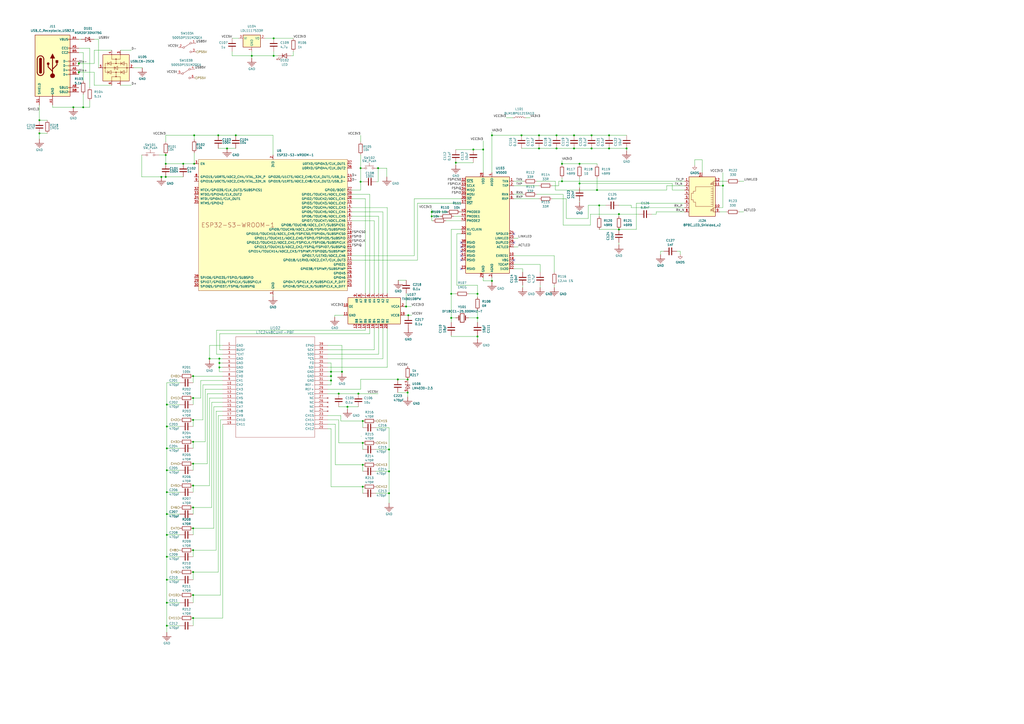
<source format=kicad_sch>
(kicad_sch (version 20230121) (generator eeschema)
  (paper "A2")
  (junction (at 326.009 105.156))
  (junction (at 276.987 170.434))
  (junction (at 225.679 273.431))
  (junction (at 274.574 86.741))
  (junction (at 126.619 78.486))
  (junction (at 209.169 105.41))
  (junction (at 419.354 107.696))
  (junction (at 96.774 298.196))
  (junction (at 48.26 62.23))
  (junction (at 112.014 243.586))
  (junction (at 112.014 331.851))
  (junction (at 192.024 220.726))
  (junction (at 22.86 77.343))
  (junction (at 302.514 78.486))
  (junction (at 136.779 78.486))
  (junction (at 280.289 86.741))
  (junction (at 198.374 215.646))
  (junction (at 201.549 235.966))
  (junction (at 285.369 162.941))
  (junction (at 45.72 36.83))
  (junction (at 347.599 119.126))
  (junction (at 127.254 208.026))
  (junction (at 250.444 125.476))
  (junction (at 112.014 268.986))
  (junction (at 96.139 102.616))
  (junction (at 112.014 345.186))
  (junction (at 96.774 322.961))
  (junction (at 322.834 78.486))
  (junction (at 146.05 32.385))
  (junction (at 96.774 234.696))
  (junction (at 312.674 86.106))
  (junction (at 96.774 362.966))
  (junction (at 322.834 86.106))
  (junction (at 336.169 94.996))
  (junction (at 96.774 285.496))
  (junction (at 42.545 62.23))
  (junction (at 343.154 86.106))
  (junction (at 112.014 256.286))
  (junction (at 210.439 244.221))
  (junction (at 210.439 282.321))
  (junction (at 276.987 184.404))
  (junction (at 346.329 110.236))
  (junction (at 236.474 227.711))
  (junction (at 112.014 319.151))
  (junction (at 230.759 220.091))
  (junction (at 261.747 184.404))
  (junction (at 106.299 94.996))
  (junction (at 112.649 94.996))
  (junction (at 158.75 22.225))
  (junction (at 96.774 272.796))
  (junction (at 96.139 89.916))
  (junction (at 96.774 310.261))
  (junction (at 112.014 218.186))
  (junction (at 96.774 349.631))
  (junction (at 332.994 78.486))
  (junction (at 210.439 256.921))
  (junction (at 343.154 78.486))
  (junction (at 359.029 124.206))
  (junction (at 264.414 94.361))
  (junction (at 353.314 86.106))
  (junction (at 112.014 281.686))
  (junction (at 336.169 106.426))
  (junction (at 207.899 228.346))
  (junction (at 192.024 218.186))
  (junction (at 363.474 86.106))
  (junction (at 236.855 182.88))
  (junction (at 236.474 220.091))
  (junction (at 112.649 78.486))
  (junction (at 225.679 260.731))
  (junction (at 353.314 78.486))
  (junction (at 225.679 286.131))
  (junction (at 192.024 215.646))
  (junction (at 112.014 306.451))
  (junction (at 112.014 358.521))
  (junction (at 250.444 122.936))
  (junction (at 96.774 247.396))
  (junction (at 112.014 294.386))
  (junction (at 261.747 170.434))
  (junction (at 22.86 69.723))
  (junction (at 359.029 133.096))
  (junction (at 112.014 230.886))
  (junction (at 127.254 213.106))
  (junction (at 96.139 94.996))
  (junction (at 219.329 97.536))
  (junction (at 121.539 208.026))
  (junction (at 332.994 86.106))
  (junction (at 158.75 32.385))
  (junction (at 326.009 94.996))
  (junction (at 196.469 228.346))
  (junction (at 285.369 78.486))
  (junction (at 235.585 177.8))
  (junction (at 96.774 260.096))
  (junction (at 210.439 269.621))
  (junction (at 131.699 86.106))
  (junction (at 93.599 102.616))
  (junction (at 276.987 195.199))
  (junction (at 312.674 78.486))
  (junction (at 96.774 336.296))
  (junction (at 45.72 41.91))
  (junction (at 209.169 97.536))
  (junction (at 127.254 210.566))
  (no_connect (at 267.589 150.876))
  (no_connect (at 267.589 145.796))
  (no_connect (at 267.589 148.336))
  (no_connect (at 267.589 155.956))
  (no_connect (at 298.069 150.876))
  (no_connect (at 298.069 140.716))
  (no_connect (at 267.589 143.256))
  (no_connect (at 298.069 135.636))
  (no_connect (at 267.589 140.716))
  (wire (pts (xy 96.774 234.696) (xy 96.774 221.996)))
  (wire (pts (xy 126.619 241.046) (xy 126.619 331.851)))
  (wire (pts (xy 190.119 248.666) (xy 192.024 248.666)))
  (wire (pts (xy 250.444 122.936) (xy 259.334 122.936)))
  (wire (pts (xy 274.574 86.741) (xy 280.289 86.741)))
  (wire (pts (xy 353.314 86.106) (xy 363.474 86.106)))
  (wire (pts (xy 129.159 241.046) (xy 126.619 241.046)))
  (wire (pts (xy 190.119 208.026) (xy 222.1484 208.026)))
  (wire (pts (xy 251.079 128.016) (xy 250.444 128.016)))
  (wire (pts (xy 125.603 205.486) (xy 125.603 191.5668)))
  (wire (pts (xy 276.987 194.564) (xy 276.987 195.199)))
  (wire (pts (xy 311.404 105.156) (xy 322.199 105.156)))
  (wire (pts (xy 209.677 252.984) (xy 209.423 252.984)))
  (wire (pts (xy 321.564 165.481) (xy 321.564 166.751)))
  (wire (pts (xy 146.05 29.845) (xy 146.05 32.385)))
  (wire (pts (xy 209.169 97.536) (xy 209.169 105.41)))
  (wire (pts (xy 158.369 171.196) (xy 158.369 171.831)))
  (wire (pts (xy 332.994 86.106) (xy 343.154 86.106)))
  (wire (pts (xy 104.394 336.296) (xy 96.774 336.296)))
  (wire (pts (xy 196.469 256.921) (xy 210.439 256.921)))
  (wire (pts (xy 120.269 228.346) (xy 129.159 228.346)))
  (wire (pts (xy 121.539 281.686) (xy 112.014 281.686)))
  (wire (pts (xy 129.159 358.521) (xy 112.014 358.521)))
  (wire (pts (xy 124.079 306.451) (xy 112.014 306.451)))
  (wire (pts (xy 125.349 319.151) (xy 125.349 238.506)))
  (wire (pts (xy 22.86 77.343) (xy 27.432 77.343)))
  (wire (pts (xy 96.774 285.496) (xy 96.774 272.796)))
  (wire (pts (xy 265.049 135.636) (xy 267.589 135.636)))
  (wire (pts (xy 96.139 78.486) (xy 112.649 78.486)))
  (wire (pts (xy 30.48 60.96) (xy 30.48 62.23)))
  (wire (pts (xy 324.104 105.156) (xy 326.009 105.156)))
  (wire (pts (xy 346.329 94.996) (xy 336.169 94.996)))
  (wire (pts (xy 96.774 272.796) (xy 104.394 272.796)))
  (wire (pts (xy 224.6884 120.396) (xy 224.6884 170.18)))
  (wire (pts (xy 146.05 32.385) (xy 146.05 33.655)))
  (wire (pts (xy 96.139 89.916) (xy 96.139 94.996)))
  (wire (pts (xy 127.889 243.586) (xy 129.159 243.586)))
  (wire (pts (xy 369.189 117.856) (xy 369.189 133.096)))
  (wire (pts (xy 116.459 230.886) (xy 112.014 230.886)))
  (wire (pts (xy 230.759 227.711) (xy 236.474 227.711)))
  (wire (pts (xy 224.6884 213.106) (xy 224.6884 190.5)))
  (wire (pts (xy 261.747 195.199) (xy 276.987 195.199)))
  (wire (pts (xy 118.999 256.286) (xy 112.014 256.286)))
  (wire (pts (xy 204.089 128.016) (xy 217.0684 128.016)))
  (wire (pts (xy 192.024 223.266) (xy 192.024 220.726)))
  (wire (pts (xy 194.564 246.126) (xy 194.564 269.621)))
  (wire (pts (xy 326.009 94.996) (xy 336.169 94.996)))
  (wire (pts (xy 217.0684 190.5) (xy 217.0684 202.946)))
  (wire (pts (xy 92.329 89.916) (xy 96.139 89.916)))
  (wire (pts (xy 285.369 78.486) (xy 285.369 100.076)))
  (wire (pts (xy 320.294 107.696) (xy 324.104 107.696)))
  (wire (pts (xy 346.329 110.236) (xy 386.715 110.236)))
  (wire (pts (xy 57.15 22.86) (xy 57.15 39.37)))
  (wire (pts (xy 302.514 78.486) (xy 312.674 78.486)))
  (wire (pts (xy 112.014 331.851) (xy 112.014 336.296)))
  (wire (pts (xy 326.644 130.556) (xy 342.519 130.556)))
  (wire (pts (xy 197.739 241.046) (xy 197.739 244.221)))
  (wire (pts (xy 328.549 126.746) (xy 341.249 126.746)))
  (wire (pts (xy 158.75 32.385) (xy 158.75 29.845)))
  (wire (pts (xy 250.444 121.031) (xy 250.444 122.936)))
  (wire (pts (xy 129.159 235.966) (xy 124.079 235.966)))
  (wire (pts (xy 96.774 322.961) (xy 104.394 322.961)))
  (wire (pts (xy 313.309 153.416) (xy 298.069 153.416)))
  (wire (pts (xy 112.014 358.521) (xy 112.014 362.966)))
  (wire (pts (xy 204.089 150.876) (xy 242.189 150.876)))
  (wire (pts (xy 192.024 215.646) (xy 198.374 215.646)))
  (wire (pts (xy 383.159 145.796) (xy 383.159 147.701)))
  (wire (pts (xy 120.269 268.986) (xy 120.269 228.346)))
  (wire (pts (xy 322.199 105.156) (xy 322.199 110.236)))
  (wire (pts (xy 122.809 233.426) (xy 129.159 233.426)))
  (wire (pts (xy 209.169 78.486) (xy 209.169 82.296)))
  (wire (pts (xy 419.354 107.696) (xy 419.354 120.396)))
  (wire (pts (xy 280.289 81.661) (xy 280.289 86.741)))
  (wire (pts (xy 96.774 247.396) (xy 96.774 234.696)))
  (wire (pts (xy 242.189 117.856) (xy 242.189 150.876)))
  (wire (pts (xy 219.6084 205.486) (xy 190.119 205.486)))
  (wire (pts (xy 112.014 306.451) (xy 112.014 310.261)))
  (wire (pts (xy 419.354 100.076) (xy 419.354 107.696)))
  (wire (pts (xy 96.774 234.696) (xy 104.394 234.696)))
  (wire (pts (xy 112.014 256.286) (xy 112.014 260.096)))
  (wire (pts (xy 298.069 143.256) (xy 300.609 143.256)))
  (wire (pts (xy 96.139 78.486) (xy 96.139 82.296)))
  (wire (pts (xy 112.014 268.986) (xy 120.269 268.986)))
  (wire (pts (xy 326.009 103.251) (xy 326.009 105.156)))
  (wire (pts (xy 54.61 41.91) (xy 54.61 49.53)))
  (wire (pts (xy 204.089 112.776) (xy 214.5284 112.776)))
  (wire (pts (xy 112.014 268.986) (xy 112.014 272.796)))
  (wire (pts (xy 45.72 41.91) (xy 45.72 43.18)))
  (wire (pts (xy 326.009 105.156) (xy 397.129 105.156)))
  (wire (pts (xy 96.139 94.996) (xy 106.299 94.996)))
  (wire (pts (xy 320.294 115.316) (xy 328.549 115.316)))
  (wire (pts (xy 192.024 220.726) (xy 192.024 218.186)))
  (wire (pts (xy 153.67 22.225) (xy 158.75 22.225)))
  (wire (pts (xy 276.987 195.199) (xy 276.987 196.469)))
  (wire (pts (xy 117.729 243.586) (xy 117.729 223.266)))
  (wire (pts (xy 298.069 105.156) (xy 303.784 105.156)))
  (wire (pts (xy 225.679 273.431) (xy 225.679 286.131)))
  (wire (pts (xy 96.774 336.296) (xy 96.774 349.631)))
  (wire (pts (xy 45.72 36.83) (xy 45.72 38.1)))
  (wire (pts (xy 369.189 133.096) (xy 359.029 133.096)))
  (wire (pts (xy 234.8484 182.88) (xy 236.855 182.88)))
  (wire (pts (xy 69.85 29.21) (xy 76.2 29.21)))
  (wire (pts (xy 302.514 86.106) (xy 312.674 86.106)))
  (wire (pts (xy 343.154 78.486) (xy 353.314 78.486)))
  (wire (pts (xy 118.999 225.806) (xy 118.999 256.286)))
  (wire (pts (xy 52.07 58.42) (xy 52.07 62.23)))
  (wire (pts (xy 69.85 49.53) (xy 76.2 49.53)))
  (wire (pts (xy 390.017 110.236) (xy 397.129 110.236)))
  (wire (pts (xy 54.61 36.83) (xy 45.72 36.83)))
  (wire (pts (xy 419.354 120.396) (xy 417.449 120.396)))
  (wire (pts (xy 417.449 107.696) (xy 419.354 107.696)))
  (wire (pts (xy 127.381 202.946) (xy 129.159 202.946)))
  (wire (pts (xy 127.381 193.548) (xy 214.5284 193.548)))
  (wire (pts (xy 96.139 102.616) (xy 106.299 102.616)))
  (wire (pts (xy 347.599 119.126) (xy 351.409 119.126)))
  (wire (pts (xy 190.119 220.726) (xy 192.024 220.726)))
  (wire (pts (xy 366.141 119.126) (xy 366.141 120.396)))
  (wire (pts (xy 359.029 141.986) (xy 359.029 140.716)))
  (wire (pts (xy 190.119 228.346) (xy 196.469 228.346)))
  (wire (pts (xy 54.61 29.21) (xy 54.61 36.83)))
  (wire (pts (xy 336.169 103.251) (xy 336.169 106.426)))
  (wire (pts (xy 225.679 248.031) (xy 218.059 248.031)))
  (wire (pts (xy 42.545 62.23) (xy 48.26 62.23)))
  (wire (pts (xy 264.287 170.434) (xy 261.747 170.434)))
  (wire (pts (xy 127.254 210.566) (xy 129.159 210.566)))
  (wire (pts (xy 321.564 148.336) (xy 298.069 148.336)))
  (wire (pts (xy 196.469 228.346) (xy 207.899 228.346)))
  (wire (pts (xy 45.72 35.56) (xy 45.72 36.83)))
  (wire (pts (xy 209.169 89.916) (xy 209.169 97.536)))
  (wire (pts (xy 341.249 126.746) (xy 341.249 119.126)))
  (wire (pts (xy 209.169 110.236) (xy 204.089 110.236)))
  (wire (pts (xy 96.774 366.776) (xy 96.774 362.966)))
  (wire (pts (xy 112.014 319.151) (xy 112.014 322.961)))
  (wire (pts (xy 112.014 243.586) (xy 112.014 247.396)))
  (wire (pts (xy 204.089 148.336) (xy 240.284 148.336)))
  (wire (pts (xy 48.26 62.23) (xy 48.26 54.61)))
  (wire (pts (xy 52.07 27.94) (xy 52.07 50.8)))
  (wire (pts (xy 235.585 162.56) (xy 231.013 162.56)))
  (wire (pts (xy 394.589 147.701) (xy 394.589 145.796)))
  (wire (pts (xy 225.679 260.731) (xy 225.679 273.431)))
  (wire (pts (xy 93.599 102.616) (xy 82.169 102.616)))
  (wire (pts (xy 192.024 282.321) (xy 210.439 282.321)))
  (wire (pts (xy 194.564 269.621) (xy 210.439 269.621)))
  (wire (pts (xy 204.089 115.316) (xy 211.9884 115.316)))
  (wire (pts (xy 112.649 88.646) (xy 112.649 94.996)))
  (wire (pts (xy 129.159 225.806) (xy 118.999 225.806)))
  (wire (pts (xy 347.599 119.126) (xy 347.599 125.476)))
  (wire (pts (xy 77.47 39.37) (xy 82.55 39.37)))
  (wire (pts (xy 131.699 86.106) (xy 136.779 86.106)))
  (wire (pts (xy 204.089 120.396) (xy 224.6884 120.396)))
  (wire (pts (xy 218.059 273.431) (xy 225.679 273.431)))
  (wire (pts (xy 250.444 125.476) (xy 255.524 125.476)))
  (wire (pts (xy 161.29 32.385) (xy 158.75 32.385)))
  (wire (pts (xy 225.679 260.731) (xy 225.679 248.031)))
  (wire (pts (xy 293.624 68.326) (xy 297.434 68.326)))
  (wire (pts (xy 209.169 220.091) (xy 209.169 225.806)))
  (wire (pts (xy 198.374 200.406) (xy 198.374 215.646)))
  (wire (pts (xy 45.72 41.91) (xy 54.61 41.91)))
  (wire (pts (xy 240.284 148.336) (xy 240.284 115.316)))
  (wire (pts (xy 235.585 177.8) (xy 238.633 177.8)))
  (wire (pts (xy 30.48 62.23) (xy 42.545 62.23)))
  (wire (pts (xy 129.159 208.026) (xy 127.254 208.026)))
  (wire (pts (xy 417.449 122.936) (xy 421.259 122.936)))
  (wire (pts (xy 112.649 78.486) (xy 112.649 81.026)))
  (wire (pts (xy 190.119 200.406) (xy 198.374 200.406)))
  (wire (pts (xy 222.1484 122.936) (xy 222.1484 170.18)))
  (wire (pts (xy 129.159 213.106) (xy 127.254 213.106)))
  (wire (pts (xy 250.444 122.936) (xy 250.444 125.476)))
  (wire (pts (xy 264.414 94.361) (xy 274.574 94.361)))
  (wire (pts (xy 397.129 117.856) (xy 369.189 117.856)))
  (wire (pts (xy 106.299 94.996) (xy 112.649 94.996)))
  (wire (pts (xy 117.729 223.266) (xy 129.159 223.266)))
  (wire (pts (xy 394.589 145.796) (xy 392.684 145.796)))
  (wire (pts (xy 127.254 210.566) (xy 127.254 208.026)))
  (wire (pts (xy 324.104 107.696) (xy 324.104 105.156)))
  (wire (pts (xy 121.539 200.406) (xy 121.539 208.026)))
  (wire (pts (xy 261.747 170.434) (xy 261.747 184.404)))
  (wire (pts (xy 380.619 122.936) (xy 397.129 122.936)))
  (wire (pts (xy 207.899 228.346) (xy 219.329 228.346)))
  (wire (pts (xy 190.119 243.586) (xy 196.469 243.586)))
  (wire (pts (xy 93.599 102.616) (xy 96.139 102.616)))
  (wire (pts (xy 210.439 244.221) (xy 210.439 248.031)))
  (wire (pts (xy 210.693 105.41) (xy 209.169 105.41)))
  (wire (pts (xy 285.369 161.036) (xy 285.369 162.941)))
  (wire (pts (xy 224.409 97.536) (xy 219.329 97.536)))
  (wire (pts (xy 261.747 184.404) (xy 261.747 186.944)))
  (wire (pts (xy 214.5284 112.776) (xy 214.5284 170.18)))
  (wire (pts (xy 342.519 130.556) (xy 342.519 124.206)))
  (wire (pts (xy 96.774 322.961) (xy 96.774 310.261)))
  (wire (pts (xy 402.971 92.71) (xy 407.289 92.71)))
  (wire (pts (xy 366.141 120.396) (xy 397.129 120.396)))
  (wire (pts (xy 402.971 92.71) (xy 402.971 95.885)))
  (wire (pts (xy 225.679 286.131) (xy 225.679 291.846)))
  (wire (pts (xy 190.119 213.106) (xy 224.6884 213.106)))
  (wire (pts (xy 346.329 95.631) (xy 346.329 94.996)))
  (wire (pts (xy 302.514 78.486) (xy 285.369 78.486)))
  (wire (pts (xy 198.374 215.646) (xy 198.374 216.281)))
  (wire (pts (xy 112.014 345.186) (xy 112.014 349.631)))
  (wire (pts (xy 271.907 184.404) (xy 276.987 184.404)))
  (wire (pts (xy 129.159 230.886) (xy 121.539 230.886)))
  (wire (pts (xy 192.024 210.566) (xy 192.024 215.646)))
  (wire (pts (xy 380.619 124.206) (xy 380.619 122.936)))
  (wire (pts (xy 192.024 248.666) (xy 192.024 282.321)))
  (wire (pts (xy 321.564 157.861) (xy 321.564 148.336)))
  (wire (pts (xy 219.6084 190.5) (xy 219.6084 205.486)))
  (wire (pts (xy 112.014 345.186) (xy 127.889 345.186)))
  (wire (pts (xy 127.889 345.186) (xy 127.889 243.586)))
  (wire (pts (xy 258.699 128.016) (xy 267.589 128.016)))
  (wire (pts (xy 196.469 243.586) (xy 196.469 256.921)))
  (wire (pts (xy 336.169 106.426) (xy 336.169 108.966)))
  (wire (pts (xy 204.089 122.936) (xy 222.1484 122.936)))
  (wire (pts (xy 322.199 110.236) (xy 346.329 110.236)))
  (wire (pts (xy 104.394 349.631) (xy 96.774 349.631)))
  (wire (pts (xy 158.369 78.486) (xy 158.369 89.916)))
  (wire (pts (xy 122.809 294.386) (xy 122.809 233.426)))
  (wire (pts (xy 336.169 94.996) (xy 336.169 95.631)))
  (wire (pts (xy 126.619 78.486) (xy 136.779 78.486)))
  (wire (pts (xy 112.014 294.386) (xy 112.014 298.196)))
  (wire (pts (xy 209.169 220.091) (xy 230.759 220.091)))
  (wire (pts (xy 234.8484 177.8) (xy 235.585 177.8)))
  (wire (pts (xy 240.284 115.316) (xy 267.589 115.316)))
  (wire (pts (xy 326.009 93.091) (xy 326.009 94.996)))
  (wire (pts (xy 236.474 227.711) (xy 236.474 230.251)))
  (wire (pts (xy 192.024 223.266) (xy 190.119 223.266)))
  (wire (pts (xy 312.674 78.486) (xy 322.834 78.486)))
  (wire (pts (xy 52.07 62.23) (xy 48.26 62.23)))
  (wire (pts (xy 136.779 78.486) (xy 158.369 78.486)))
  (wire (pts (xy 211.9884 190.5) (xy 211.9884 191.5668)))
  (wire (pts (xy 125.603 205.486) (xy 129.159 205.486)))
  (wire (pts (xy 265.049 165.481) (xy 265.049 135.636)))
  (wire (pts (xy 45.72 27.94) (xy 52.07 27.94)))
  (wire (pts (xy 363.474 86.106) (xy 363.474 87.376)))
  (wire (pts (xy 54.61 22.86) (xy 57.15 22.86)))
  (wire (pts (xy 386.715 107.696) (xy 386.715 110.236)))
  (wire (pts (xy 126.619 86.106) (xy 131.699 86.106)))
  (wire (pts (xy 343.154 86.106) (xy 353.314 86.106)))
  (wire (pts (xy 197.739 244.221) (xy 210.439 244.221)))
  (wire (pts (xy 190.119 202.946) (xy 217.0684 202.946)))
  (wire (pts (xy 285.369 162.941) (xy 285.369 163.576)))
  (wire (pts (xy 129.159 246.126) (xy 129.159 358.521)))
  (wire (pts (xy 170.18 29.845) (xy 170.18 32.385)))
  (wire (pts (xy 276.987 165.481) (xy 265.049 165.481)))
  (wire (pts (xy 103.759 319.151) (xy 104.394 319.151)))
  (wire (pts (xy 225.679 286.131) (xy 218.059 286.131)))
  (wire (pts (xy 96.774 310.261) (xy 96.774 298.196)))
  (wire (pts (xy 96.774 310.261) (xy 104.394 310.261)))
  (wire (pts (xy 417.449 105.156) (xy 421.386 105.156)))
  (wire (pts (xy 303.149 165.481) (xy 303.149 166.751)))
  (wire (pts (xy 129.159 220.726) (xy 116.459 220.726)))
  (wire (pts (xy 27.432 69.723) (xy 22.86 69.723)))
  (wire (pts (xy 261.747 133.096) (xy 267.589 133.096)))
  (wire (pts (xy 285.369 76.581) (xy 285.369 78.486)))
  (wire (pts (xy 190.119 218.186) (xy 192.024 218.186)))
  (wire (pts (xy 217.0684 128.016) (xy 217.0684 170.18)))
  (wire (pts (xy 359.029 119.126) (xy 366.141 119.126)))
  (wire (pts (xy 342.519 124.206) (xy 359.029 124.206)))
  (wire (pts (xy 112.014 281.686) (xy 112.014 285.496)))
  (wire (pts (xy 190.119 241.046) (xy 197.739 241.046)))
  (wire (pts (xy 125.349 238.506) (xy 129.159 238.506)))
  (wire (pts (xy 235.585 177.8) (xy 235.585 170.18)))
  (wire (pts (xy 341.249 119.126) (xy 347.599 119.126)))
  (wire (pts (xy 201.549 235.966) (xy 201.549 237.236)))
  (wire (pts (xy 312.674 86.106) (xy 322.834 86.106)))
  (wire (pts (xy 112.014 218.186) (xy 112.014 221.996)))
  (wire (pts (xy 211.9884 115.316) (xy 211.9884 170.18)))
  (wire (pts (xy 219.6084 125.476) (xy 219.6084 170.18)))
  (wire (pts (xy 116.459 220.726) (xy 116.459 230.886)))
  (wire (pts (xy 264.414 86.741) (xy 274.574 86.741)))
  (wire (pts (xy 236.474 220.091) (xy 230.759 220.091)))
  (wire (pts (xy 126.619 331.851) (xy 112.014 331.851)))
  (wire (pts (xy 263.144 125.476) (xy 267.589 125.476)))
  (wire (pts (xy 96.774 221.996) (xy 104.394 221.996)))
  (wire (pts (xy 82.169 89.916) (xy 82.169 102.616)))
  (wire (pts (xy 264.414 95.631) (xy 264.414 94.361)))
  (wire (pts (xy 112.014 243.586) (xy 117.729 243.586)))
  (wire (pts (xy 201.549 235.966) (xy 207.899 235.966)))
  (wire (pts (xy 96.774 272.796) (xy 96.774 260.096)))
  (wire (pts (xy 204.089 125.476) (xy 219.6084 125.476)))
  (wire (pts (xy 134.62 22.225) (xy 138.43 22.225)))
  (wire (pts (xy 305.054 68.326) (xy 307.594 68.326)))
  (wire (pts (xy 298.069 107.696) (xy 312.674 107.696)))
  (wire (pts (xy 96.774 362.966) (xy 104.394 362.966)))
  (wire (pts (xy 190.119 246.126) (xy 194.564 246.126)))
  (wire (pts (xy 22.86 77.343) (xy 22.86 80.645)))
  (wire (pts (xy 336.169 117.221) (xy 336.169 116.586)))
  (wire (pts (xy 64.77 29.21) (xy 54.61 29.21)))
  (wire (pts (xy 45.72 40.64) (xy 45.72 41.91)))
  (wire (pts (xy 48.26 46.99) (xy 48.26 30.48)))
  (wire (pts (xy 407.289 92.71) (xy 407.289 100.076)))
  (wire (pts (xy 224.409 102.616) (xy 224.409 97.536)))
  (wire (pts (xy 209.169 105.41) (xy 209.169 110.236)))
  (wire (pts (xy 112.014 230.886) (xy 112.014 234.696)))
  (wire (pts (xy 121.539 208.026) (xy 121.539 208.661)))
  (wire (pts (xy 378.079 124.206) (xy 380.619 124.206)))
  (wire (pts (xy 158.75 22.225) (xy 170.18 22.225)))
  (wire (pts (xy 127.254 213.106) (xy 127.254 210.566)))
  (wire (pts (xy 127.254 208.026) (xy 121.539 208.026)))
  (wire (pts (xy 266.954 122.936) (xy 267.589 122.936)))
  (wire (pts (xy 313.309 157.861) (xy 313.309 153.416)))
  (wire (pts (xy 112.014 294.386) (xy 122.809 294.386)))
  (wire (pts (xy 347.599 133.096) (xy 359.029 133.096)))
  (wire (pts (xy 303.149 155.956) (xy 303.149 157.861)))
  (wire (pts (xy 276.987 170.434) (xy 276.987 165.481)))
  (wire (pts (xy 210.439 282.321) (xy 210.439 286.131)))
  (wire (pts (xy 276.987 179.959) (xy 276.987 184.404)))
  (wire (pts (xy 158.75 32.385) (xy 146.05 32.385)))
  (wire (pts (xy 280.289 161.036) (xy 280.289 162.941)))
  (wire (pts (xy 134.62 32.385) (xy 146.05 32.385)))
  (wire (pts (xy 359.029 124.206) (xy 370.459 124.206)))
  (wire (pts (xy 359.029 125.476) (xy 359.029 124.206)))
  (wire (pts (xy 96.774 260.096) (xy 96.774 247.396)))
  (wire (pts (xy 112.649 78.486) (xy 126.619 78.486)))
  (wire (pts (xy 313.309 165.481) (xy 313.309 166.751)))
  (wire (pts (xy 48.26 30.48) (xy 45.72 30.48)))
  (wire (pts (xy 127.381 193.548) (xy 127.381 202.946)))
  (wire (pts (xy 209.169 225.806) (xy 190.119 225.806)))
  (wire (pts (xy 194.183 182.88) (xy 199.2884 182.88)))
  (wire (pts (xy 326.644 112.776) (xy 326.644 130.556)))
  (wire (pts (xy 96.774 285.496) (xy 104.394 285.496)))
  (wire (pts (xy 127.254 215.646) (xy 129.159 215.646)))
  (wire (pts (xy 336.169 106.426) (xy 390.017 106.426)))
  (wire (pts (xy 127.254 213.106) (xy 127.254 215.646)))
  (wire (pts (xy 96.774 349.631) (xy 96.774 362.966)))
  (wire (pts (xy 210.439 256.921) (xy 210.439 260.731)))
  (wire (pts (xy 192.024 218.186) (xy 192.024 215.646)))
  (wire (pts (xy 214.5284 190.5) (xy 214.5284 193.548)))
  (wire (pts (xy 428.879 122.936) (xy 431.419 122.936)))
  (wire (pts (xy 276.987 170.434) (xy 276.987 172.339)))
  (wire (pts (xy 298.069 155.956) (xy 303.149 155.956)))
  (wire (pts (xy 96.774 298.196) (xy 104.394 298.196)))
  (wire (pts (xy 298.069 112.776) (xy 303.784 112.776)))
  (wire (pts (xy 298.069 138.176) (xy 300.609 138.176)))
  (wire (pts (xy 190.119 215.646) (xy 192.024 215.646)))
  (wire (pts (xy 121.539 230.886) (xy 121.539 281.686)))
  (wire (pts (xy 261.747 184.404) (xy 264.287 184.404)))
  (wire (pts (xy 280.289 162.941) (xy 285.369 162.941)))
  (wire (pts (xy 54.61 49.53) (xy 64.77 49.53)))
  (wire (pts (xy 280.289 86.741) (xy 280.289 100.076)))
  (wire (pts (xy 390.017 106.426) (xy 390.017 110.236)))
  (wire (pts (xy 125.603 191.5668) (xy 211.9884 191.5668)))
  (wire (pts (xy 385.064 145.796) (xy 383.159 145.796)))
  (wire (pts (xy 194.183 182.88) (xy 194.183 183.896)))
  (wire (pts (xy 236.855 182.88) (xy 238.887 182.88)))
  (wire (pts (xy 134.62 29.845) (xy 134.62 32.385)))
  (wire (pts (xy 96.774 336.296) (xy 96.774 322.961)))
  (wire (pts (xy 322.834 78.486) (xy 332.994 78.486)))
  (wire (pts (xy 222.1484 190.5) (xy 222.1484 208.026)))
  (wire (pts (xy 129.159 200.406) (xy 121.539 200.406)))
  (wire (pts (xy 276.987 184.404) (xy 276.987 186.944)))
  (wire (pts (xy 346.329 103.251) (xy 346.329 110.236)))
  (wire (pts (xy 353.314 78.486) (xy 363.474 78.486)))
  (wire (pts (xy 219.329 97.536) (xy 219.329 105.41)))
  (wire (pts (xy 96.774 247.396) (xy 104.394 247.396)))
  (wire (pts (xy 386.715 107.696) (xy 397.129 107.696)))
  (wire (pts (xy 190.119 210.566) (xy 192.024 210.566)))
  (wire (pts (xy 218.313 105.41) (xy 219.329 105.41)))
  (wire (pts (xy 322.834 86.106) (xy 332.994 86.106)))
  (wire (pts (xy 22.86 69.723) (xy 22.86 60.96)))
  (wire (pts (xy 261.747 195.199) (xy 261.747 194.564)))
  (wire (pts (xy 170.18 32.385) (xy 168.91 32.385)))
  (wire (pts (xy 332.994 78.486) (xy 343.154 78.486)))
  (wire (pts (xy 218.059 260.731) (xy 225.679 260.731)))
  (wire (pts (xy 328.549 115.316) (xy 328.549 126.746)))
  (wire (pts (xy 210.439 269.621) (xy 210.439 273.431)))
  (wire (pts (xy 124.079 235.966) (xy 124.079 306.451)))
  (wire (pts (xy 311.404 112.776) (xy 326.644 112.776)))
  (wire (pts (xy 267.589 117.856) (xy 242.189 117.856)))
  (wire (pts (xy 271.907 170.434) (xy 276.987 170.434)))
  (wire (pts (xy 112.014 319.151) (xy 125.349 319.151)))
  (wire (pts (xy 429.006 105.156) (xy 431.546 105.156)))
  (wire (pts (xy 112.014 218.186) (xy 129.159 218.186)))
  (wire (pts (xy 250.444 125.476) (xy 250.444 128.016)))
  (wire (pts (xy 326.009 94.996) (xy 326.009 95.631)))
  (wire (pts (xy 261.747 133.096) (xy 261.747 170.434)))
  (wire (pts (xy 196.469 235.966) (xy 201.549 235.966)))
  (wire (pts (xy 96.774 260.096) (xy 104.394 260.096)))
  (wire (pts (xy 96.774 298.196) (xy 96.774 285.496)))
  (wire (pts (xy 298.069 115.316) (xy 312.674 115.316)))
  (wire (pts (xy 45.72 22.86) (xy 46.99 22.86)))
  (label "D+" (at 204.089 102.616 0))
  (label "FSPICLK" (at 204.089 140.716 0))
  (label "VCC3V3" (at 238.633 177.8 0))
  (label "Din-" (at 45.72 36.83 0))
  (label "VCC3V3" (at 170.18 22.225 0))
  (label "TXP" (at 299.339 107.696 0))
  (label "RX_P" (at 391.033 120.396 0))
  (label "VCC5V" (at 236.474 212.471 180))
  (label "TXN" (at 299.339 105.156 0))
  (label "VCC5V" (at 219.329 228.346 180))
  (label "VCC5V" (at 238.887 182.88 0))
  (label "VCC3V3" (at 96.139 78.486 180))
  (label "SHIELD" (at 22.86 64.389 180))
  (label "D+" (at 76.2 49.53 0))
  (label "VCC3V3" (at 419.354 100.076 180))
  (label "VA3V3" (at 326.009 93.091 0))
  (label "ACTLED" (at 300.609 143.256 0))
  (label "VA3V3" (at 307.594 68.326 0))
  (label "Din+" (at 45.72 41.91 0))
  (label "TX_P" (at 392.049 105.156 0))
  (label "RXN" (at 299.339 112.776 0))
  (label "FSPID" (at 267.589 112.776 180))
  (label "VCC3V3" (at 250.444 121.031 180))
  (label "VCC5V" (at 134.62 22.225 180))
  (label "D-" (at 76.2 29.21 0))
  (label "FSPIQ" (at 204.089 143.256 0))
  (label "VCC5V" (at 103.505 27.559 180))
  (label "D-" (at 204.089 105.156 0))
  (label "VCC3V3" (at 293.624 68.326 180))
  (label "VCC3V3" (at 280.289 81.661 180))
  (label "FSPID" (at 204.089 138.176 0))
  (label "RXP" (at 299.339 115.316 0))
  (label "VCC3V3" (at 209.169 78.486 180))
  (label "USB5V" (at 113.665 25.019 0))
  (label "FSPIQ" (at 267.589 110.236 180))
  (label "FSPICS0" (at 267.589 105.156 180))
  (label "USB5V" (at 57.15 22.86 0))
  (label "FSPICS0" (at 204.089 135.636 0))
  (label "TX_N" (at 391.287 107.696 0))
  (label "LINKLED" (at 431.546 105.156 0))
  (label "ACTLED" (at 431.419 122.936 0))
  (label "RX_N" (at 392.049 122.936 0))
  (label "VCC3V3" (at 199.2884 177.8 180))
  (label "LINKLED" (at 300.609 138.176 0))
  (label "VCC5V" (at 102.87 42.672 180))
  (label "VA3V3" (at 285.369 76.581 0))
  (label "USB5V" (at 113.03 40.132 0))
  (label "FSPICLK" (at 267.589 107.696 180))
  (hierarchical_label "CH15" (shape input) (at 218.059 244.221 0))
  (hierarchical_label "CH13" (shape input) (at 218.059 269.621 0))
  (hierarchical_label "CH3" (shape input) (at 104.394 256.286 180))
  (hierarchical_label "CH12" (shape input) (at 218.059 282.321 0))
  (hierarchical_label "CH5" (shape input) (at 104.394 281.686 180))
  (hierarchical_label "CH0" (shape input) (at 104.394 218.186 180))
  (hierarchical_label "CH14" (shape input) (at 218.059 256.921 0))
  (hierarchical_label "CH7" (shape input) (at 104.394 306.451 180))
  (hierarchical_label "CH4" (shape input) (at 104.394 268.986 180))
  (hierarchical_label "CH8" (shape input) (at 103.759 319.151 180))
  (hierarchical_label "CH2" (shape input) (at 104.394 243.586 180))
  (hierarchical_label "CH6" (shape input) (at 104.394 294.386 180))
  (hierarchical_label "PS5V" (shape input) (at 113.665 30.099 0))
  (hierarchical_label "CH11" (shape input) (at 104.394 358.521 180))
  (hierarchical_label "CH10" (shape input) (at 104.394 345.186 180))
  (hierarchical_label "CH1" (shape input) (at 104.394 230.886 180))
  (hierarchical_label "PS5V" (shape input) (at 113.03 45.212 0))
  (hierarchical_label "CH9" (shape input) (at 104.394 331.851 180))
  (symbol (lib_id "Device:R") (at 336.169 99.441 0) (unit 1)
    (property "Reference" "R118" (at 338.709 98.171 0) (effects (justify left)))
    (property "Value" "10" (at 338.709 100.711 0) (effects (justify left)))
    (property "Footprint" "Resistor_SMD:R_0603_1608Metric" (effects hide))
  )
  (symbol (lib_id "Device:C") (at 322.834 82.296 180) (unit 1)
    (property "Reference" "C118" (at 316.484 82.296 90))
    (property "Value" "0.1uF" (at 319.024 82.296 90))
    (property "Footprint" "Capacitor_SMD:C_0603_1608Metric" (effects hide))
  )
  (symbol (lib_id "DifferentialProbe-altium-import:GND") (at 224.409 102.616 0) (unit 1)
    (property "Reference" "#PWR014" (effects hide))
    (property "Value" "GND" (at 229.489 106.426 0))
    (instances (project "diffprobe-espnow" (path "" (reference "#PWR014") (unit 1)) (path "" (reference "#PWR051") (unit 1))) (project "diffprobe" (path "" (reference "#PWR016") (unit 1))) (project "DifferentialProbe" (path "" (reference "#PWR?") (unit 1))))
  )
  (symbol (lib_id "DifferentialProbe-altium-import:GND") (at 194.183 183.896 0) (unit 1)
    (property "Reference" "#PWR014" (effects hide))
    (property "Value" "GND" (at 194.183 190.246 0))
    (instances (project "diffprobe-espnow" (path "" (reference "#PWR014") (unit 1)) (path "" (reference "#PWR0202") (unit 1))) (project "diffprobe" (path "" (reference "#PWR016") (unit 1))) (project "DifferentialProbe" (path "" (reference "#PWR?") (unit 1))))
  )
  (symbol (lib_id "Device:C") (at 302.514 82.296 180) (unit 1)
    (property "Reference" "C116" (at 296.164 82.296 90))
    (property "Value" "0.1uF" (at 298.704 82.296 90))
    (property "Footprint" "Capacitor_SMD:C_0603_1608Metric" (effects hide))
  )
  (symbol (lib_id "Device:Crystal") (at 268.097 184.404 0) (unit 1)
    (property "Reference" "Y101" (at 268.097 178.054 0))
    (property "Value" "DF18CC1-25.000MHZ-T\n" (at 268.097 180.594 0))
    (property "Footprint" "Crystal:Crystal_SMD_HC49-SD" (effects hide))
  )
  (symbol (lib_id "Interface_Ethernet:W5500") (at 282.829 130.556 0) (unit 1)
    (property "Reference" "U103" (at 287.5631 97.536 0) (effects (justify left)))
    (property "Value" "W5500" (at 287.5631 100.076 0) (effects (justify left)))
    (property "Footprint" "Package_QFP:LQFP-48_7x7mm_P0.5mm" (effects hide))
    (property "Datasheet" "http://wizwiki.net/wiki/lib/exe/fetch.php/products:w5500:w5500_ds_v109e.pdf" (effects hide))
  )
  (symbol (lib_id "Device:R") (at 236.474 216.281 0) (unit 1)
    (property "Reference" "R217" (at 240.284 217.551 0))
    (property "Value" "1k" (at 240.284 215.011 0))
    (property "Footprint" "Resistor_SMD:R_0603_1608Metric" (effects hide))
  )
  (symbol (lib_id "Device:R") (at 108.204 306.451 270) (mirror x) (unit 1)
    (property "Reference" "R208" (at 108.204 301.371 90))
    (property "Value" "470R" (at 108.204 303.911 90))
    (property "Footprint" "Resistor_SMD:R_0603_1608Metric" (effects hide))
  )
  (symbol (lib_id "Device:C") (at 332.994 82.296 180) (unit 1)
    (property "Reference" "C119" (at 326.644 82.296 90))
    (property "Value" "0.1uF" (at 329.184 82.296 90))
    (property "Footprint" "Capacitor_SMD:C_0603_1608Metric" (effects hide))
  )
  (symbol (lib_id "Device:C") (at 303.149 161.671 180) (unit 1)
    (property "Reference" "C114" (at 296.799 161.671 90))
    (property "Value" "10nF" (at 299.339 161.671 90))
    (property "Footprint" "Capacitor_SMD:C_0603_1608Metric" (effects hide))
  )
  (symbol (lib_id "DifferentialProbe-altium-import:GND") (at 303.149 166.751 0) (unit 1)
    (property "Reference" "#PWR014" (effects hide))
    (property "Value" "GND" (at 308.229 170.561 0))
    (instances (project "diffprobe-espnow" (path "" (reference "#PWR014") (unit 1)) (path "" (reference "#PWR052") (unit 1))) (project "diffprobe" (path "" (reference "#PWR016") (unit 1))) (project "DifferentialProbe" (path "" (reference "#PWR?") (unit 1))))
  )
  (symbol (lib_id "Device:R") (at 316.484 107.696 90) (unit 1)
    (property "Reference" "R114" (at 316.484 101.346 90))
    (property "Value" "33R" (at 316.484 103.886 90))
    (property "Footprint" "Resistor_SMD:R_0603_1608Metric" (effects hide))
  )
  (symbol (lib_id "Device:C") (at 236.855 186.69 0) (unit 1)
    (property "Reference" "C217" (at 240.665 185.42 0) (effects (justify left)))
    (property "Value" "0.1u" (at 240.665 187.96 0) (effects (justify left)))
    (property "Footprint" "Capacitor_SMD:C_0603_1608Metric" (effects hide))
  )
  (symbol (lib_id "Device:C") (at 214.249 248.031 90) (unit 1)
    (property "Reference" "C216" (at 224.409 246.761 90) (effects (justify left)))
    (property "Value" "470pF" (at 224.409 249.301 90) (effects (justify left)))
    (property "Footprint" "Capacitor_SMD:C_0603_1608Metric" (effects hide))
  )
  (symbol (lib_id "Device:R") (at 108.204 294.386 270) (mirror x) (unit 1)
    (property "Reference" "R207" (at 108.204 289.306 90))
    (property "Value" "470R" (at 108.204 291.846 90))
    (property "Footprint" "Resistor_SMD:R_0603_1608Metric" (effects hide))
  )
  (symbol (lib_id "Device:C") (at 108.204 336.296 270) (mirror x) (unit 1)
    (property "Reference" "C210" (at 98.044 335.026 90) (effects (justify left)))
    (property "Value" "470pF" (at 98.044 337.566 90) (effects (justify left)))
    (property "Footprint" "Capacitor_SMD:C_0603_1608Metric" (effects hide))
  )
  (symbol (lib_id "DifferentialProbe-altium-import:GND") (at 321.564 166.751 0) (unit 1)
    (property "Reference" "#PWR014" (effects hide))
    (property "Value" "GND" (at 326.644 170.561 0))
    (instances (project "diffprobe-espnow" (path "" (reference "#PWR014") (unit 1)) (path "" (reference "#PWR054") (unit 1))) (project "diffprobe" (path "" (reference "#PWR016") (unit 1))) (project "DifferentialProbe" (path "" (reference "#PWR?") (unit 1))))
  )
  (symbol (lib_id "DifferentialProbe-altium-import:GND") (at 336.169 117.221 0) (unit 1)
    (property "Reference" "#PWR014" (effects hide))
    (property "Value" "GND" (at 336.169 123.571 0))
    (instances (project "diffprobe-espnow" (path "" (reference "#PWR014") (unit 1)) (path "" (reference "#PWR044") (unit 1))) (project "diffprobe" (path "" (reference "#PWR016") (unit 1))) (project "DifferentialProbe" (path "" (reference "#PWR?") (unit 1))))
  )
  (symbol (lib_id "DifferentialProbe-altium-import:GND") (at 359.029 141.986 0) (unit 1)
    (property "Reference" "#PWR014" (effects hide))
    (property "Value" "GND" (at 359.029 148.336 0))
    (instances (project "diffprobe-espnow" (path "" (reference "#PWR014") (unit 1)) (path "" (reference "#PWR034") (unit 1))) (project "diffprobe" (path "" (reference "#PWR016") (unit 1))) (project "DifferentialProbe" (path "" (reference "#PWR?") (unit 1))))
  )
  (symbol (lib_id "MyLib7:TXB0108PW") (at 217.0684 180.34 270) (unit 1)
    (property "Reference" "U107" (at 238.76 170.8719 90))
    (property "Value" "TXB0108PW" (at 238.76 173.4119 90))
    (property "Footprint" "Package_SO:TSSOP-20_4.4x6.5mm_P0.65mm" (effects hide))
    (property "Datasheet" "http://www.ti.com/lit/ds/symlink/txb0108.pdf" (effects hide))
  )
  (symbol (lib_id "Device:C") (at 264.414 90.551 180) (unit 1)
    (property "Reference" "C112" (at 258.064 90.551 90))
    (property "Value" "0.1uF" (at 260.604 90.551 90))
    (property "Footprint" "Capacitor_SMD:C_0603_1608Metric" (effects hide))
  )
  (symbol (lib_id "DifferentialProbe-altium-import:GND") (at 22.86 80.645 0) (unit 1)
    (property "Reference" "#PWR014" (effects hide))
    (property "Value" "GND" (at 22.86 86.995 0))
    (instances (project "diffprobe-espnow" (path "" (reference "#PWR014") (unit 1)) (path "" (reference "#PWR0209") (unit 1))) (project "diffprobe" (path "" (reference "#PWR016") (unit 1))) (project "DifferentialProbe" (path "" (reference "#PWR?") (unit 1))))
  )
  (symbol (lib_id "DifferentialProbe-altium-import:GND") (at 285.369 163.576 0) (unit 1)
    (property "Reference" "#PWR014" (effects hide))
    (property "Value" "GND" (at 290.449 167.386 0))
    (instances (project "diffprobe-espnow" (path "" (reference "#PWR014") (unit 1)) (path "" (reference "#PWR050") (unit 1))) (project "diffprobe" (path "" (reference "#PWR016") (unit 1))) (project "DifferentialProbe" (path "" (reference "#PWR?") (unit 1))))
  )
  (symbol (lib_id "Device:R") (at 359.029 129.286 0) (unit 1)
    (property "Reference" "R121" (at 361.569 128.016 0) (effects (justify left)))
    (property "Value" "49R9" (at 361.569 130.556 0) (effects (justify left)))
    (property "Footprint" "Resistor_SMD:R_0603_1608Metric" (effects hide))
  )
  (symbol (lib_id "Device:R") (at 316.484 115.316 90) (unit 1)
    (property "Reference" "R115" (at 316.484 117.221 90))
    (property "Value" "33R" (at 316.484 119.761 90))
    (property "Footprint" "Resistor_SMD:R_0603_1608Metric" (effects hide))
  )
  (symbol (lib_id "Device:R") (at 209.169 86.106 0) (unit 1)
    (property "Reference" "R105" (at 210.439 85.09 0) (effects (justify left)))
    (property "Value" "10k" (at 210.566 86.868 0) (effects (justify left)))
    (property "Footprint" "Resistor_SMD:R_0603_1608Metric" (effects hide))
  )
  (symbol (lib_id "DifferentialProbe-altium-import:GND") (at 225.679 291.846 0) (mirror y) (unit 1)
    (property "Reference" "#PWR014" (effects hide))
    (property "Value" "GND" (at 225.679 298.196 0))
    (instances (project "diffprobe-espnow" (path "" (reference "#PWR014") (unit 1)) (path "" (reference "#PWR0201") (unit 1))) (project "diffprobe" (path "" (reference "#PWR016") (unit 1))) (project "DifferentialProbe" (path "" (reference "#PWR?") (unit 1))))
  )
  (symbol (lib_id "DifferentialProbe-altium-import:GND") (at 158.369 171.831 0) (unit 1)
    (property "Reference" "#PWR014" (effects hide))
    (property "Value" "GND" (at 158.369 178.181 0))
    (instances (project "diffprobe-espnow" (path "" (reference "#PWR014") (unit 1)) (path "" (reference "#PWR031") (unit 1))) (project "diffprobe" (path "" (reference "#PWR016") (unit 1))) (project "DifferentialProbe" (path "" (reference "#PWR?") (unit 1))))
  )
  (symbol (lib_id "Device:C") (at 158.75 26.035 0) (unit 1)
    (property "Reference" "C109" (at 162.56 24.765 0) (effects (justify left)))
    (property "Value" "4.7u" (at 162.56 27.305 0) (effects (justify left)))
    (property "Footprint" "Capacitor_SMD:C_0603_1608Metric" (effects hide))
  )
  (symbol (lib_id "DifferentialProbe-altium-import:GND") (at 313.309 166.751 0) (unit 1)
    (property "Reference" "#PWR014" (effects hide))
    (property "Value" "GND" (at 318.389 170.561 0))
    (instances (project "diffprobe-espnow" (path "" (reference "#PWR014") (unit 1)) (path "" (reference "#PWR053") (unit 1))) (project "diffprobe" (path "" (reference "#PWR016") (unit 1))) (project "DifferentialProbe" (path "" (reference "#PWR?") (unit 1))))
  )
  (symbol (lib_id "Device:C") (at 22.86 73.533 180) (unit 1)
    (property "Reference" "C219" (at 17.907 72.771 0))
    (property "Value" "4n7F" (at 17.907 74.422 0))
    (property "Footprint" "Capacitor_SMD:C_0603_1608Metric" (effects hide))
  )
  (symbol (lib_id "Device:C") (at 274.574 90.551 180) (unit 1)
    (property "Reference" "C113" (at 268.224 90.551 90))
    (property "Value" "10uF" (at 270.764 90.551 90))
    (property "Footprint" "Capacitor_SMD:C_0603_1608Metric" (effects hide))
  )
  (symbol (lib_id "Device:R") (at 425.069 122.936 90) (unit 1)
    (property "Reference" "R123" (at 425.069 116.586 90))
    (property "Value" "330" (at 425.069 119.126 90))
    (property "Footprint" "Resistor_SMD:R_0603_1608Metric" (effects hide))
  )
  (symbol (lib_id "Device:C") (at 207.899 232.156 0) (unit 1)
    (property "Reference" "C106" (at 211.074 230.886 0) (effects (justify left)))
    (property "Value" "10u" (at 211.074 233.426 0) (effects (justify left)))
    (property "Footprint" "Capacitor_SMD:C_0603_1608Metric" (effects hide))
  )
  (symbol (lib_id "DifferentialProbe-altium-import:GND") (at 236.855 190.5 0) (unit 1)
    (property "Reference" "#PWR014" (effects hide))
    (property "Value" "GND" (at 236.855 196.85 0))
    (instances (project "diffprobe-espnow" (path "" (reference "#PWR014") (unit 1)) (path "" (reference "#PWR0208") (unit 1))) (project "diffprobe" (path "" (reference "#PWR016") (unit 1))) (project "DifferentialProbe" (path "" (reference "#PWR?") (unit 1))))
  )
  (symbol (lib_id "Device:C") (at 108.204 285.496 270) (mirror x) (unit 1)
    (property "Reference" "C206" (at 98.044 284.226 90) (effects (justify left)))
    (property "Value" "470pF" (at 98.044 286.766 90) (effects (justify left)))
    (property "Footprint" "Capacitor_SMD:C_0603_1608Metric" (effects hide))
  )
  (symbol (lib_id "Device:R") (at 108.204 319.151 90) (unit 1)
    (property "Reference" "R209" (at 108.204 314.071 90))
    (property "Value" "470R" (at 108.204 316.611 90))
    (property "Footprint" "Resistor_SMD:R_0603_1608Metric" (effects hide))
  )
  (symbol (lib_id "Device:C") (at 235.585 166.37 0) (unit 1)
    (property "Reference" "C218" (at 239.395 165.1 0) (effects (justify left)))
    (property "Value" "0.1u" (at 239.395 167.64 0) (effects (justify left)))
    (property "Footprint" "Capacitor_SMD:C_0603_1608Metric" (effects hide))
  )
  (symbol (lib_id "Device:LTC2448CUHF-PBF") (at 129.159 200.406 0) (unit 1)
    (property "Reference" "U102" (at 159.639 190.246 0) (effects (font (size 1.524 1.524))))
    (property "Value" "LTC2448CUHF-PBF" (at 159.639 192.786 0) (effects (font (size 1.524 1.524))))
    (property "Footprint" "Package_DFN_QFN:QFN-38-1EP_5x7mm_P0.5mm_EP3.15x5.15mm" (effects hide))
    (property "Datasheet" "LTC2448CUHF-PBF" (effects hide))
  )
  (symbol (lib_id "Device:R") (at 321.564 161.671 0) (unit 1)
    (property "Reference" "R116" (at 323.469 160.401 0) (effects (justify left)))
    (property "Value" "12.4k 1%" (at 323.469 162.941 0) (effects (justify left)))
    (property "Footprint" "Resistor_SMD:R_0603_1608Metric" (effects hide))
  )
  (symbol (lib_id "DifferentialProbe-altium-import:GND") (at 201.549 237.236 0) (unit 1)
    (property "Reference" "#PWR014" (effects hide))
    (property "Value" "GND" (at 206.629 241.046 0))
    (instances (project "diffprobe-espnow" (path "" (reference "#PWR014") (unit 1)) (path "" (reference "#PWR041") (unit 1))) (project "diffprobe" (path "" (reference "#PWR016") (unit 1))) (project "DifferentialProbe" (path "" (reference "#PWR?") (unit 1))))
  )
  (symbol (lib_id "Device:R") (at 259.334 125.476 90) (unit 1)
    (property "Reference" "R110" (at 258.064 120.396 90))
    (property "Value" "10k" (at 258.064 122.936 90))
    (property "Footprint" "Resistor_SMD:R_0603_1608Metric" (effects hide))
  )
  (symbol (lib_id "Device:R") (at 108.204 230.886 270) (mirror x) (unit 1)
    (property "Reference" "R202" (at 108.204 225.806 90))
    (property "Value" "470R" (at 108.204 228.346 90))
    (property "Footprint" "Resistor_SMD:R_0603_1608Metric" (effects hide))
  )
  (symbol (lib_id "Switch:SW_DPDT_x2") (at 107.95 42.672 0) (unit 2)
    (property "Reference" "SW103" (at 107.95 35.052 0))
    (property "Value" "500SDP1S1M2QEA" (at 107.95 37.592 0))
    (property "Footprint" "Button_Switch_THT:SW_PUSH_E-Switch_500SDP1S1M2QEA" (effects hide))
  )
  (symbol (lib_id "Device:C") (at 108.204 349.631 270) (mirror x) (unit 1)
    (property "Reference" "C211" (at 98.044 348.361 90) (effects (justify left)))
    (property "Value" "470pF" (at 98.044 350.901 90) (effects (justify left)))
    (property "Footprint" "Capacitor_SMD:C_0603_1608Metric" (effects hide))
  )
  (symbol (lib_id "Device:C") (at 355.219 119.126 90) (unit 1)
    (property "Reference" "C125" (at 355.219 112.776 90))
    (property "Value" "6.8nF" (at 355.219 115.316 90))
    (property "Footprint" "Capacitor_SMD:C_0603_1608Metric" (effects hide))
  )
  (symbol (lib_id "Device:C") (at 136.779 82.296 0) (unit 1)
    (property "Reference" "C104" (at 139.065 81.026 0) (effects (justify left)))
    (property "Value" "10u" (at 139.065 82.677 0) (effects (justify left)))
    (property "Footprint" "Capacitor_SMD:C_0603_1608Metric" (effects hide))
  )
  (symbol (lib_id "Device:C") (at 214.249 260.731 90) (unit 1)
    (property "Reference" "C215" (at 224.409 259.461 90) (effects (justify left)))
    (property "Value" "470pF" (at 224.409 262.001 90) (effects (justify left)))
    (property "Footprint" "Capacitor_SMD:C_0603_1608Metric" (effects hide))
  )
  (symbol (lib_id "Device:C") (at 108.204 260.096 270) (mirror x) (unit 1)
    (property "Reference" "C204" (at 98.044 258.826 90) (effects (justify left)))
    (property "Value" "470pF" (at 98.044 261.366 90) (effects (justify left)))
    (property "Footprint" "Capacitor_SMD:C_0603_1608Metric" (effects hide))
  )
  (symbol (lib_id "Device:C") (at 126.619 82.296 0) (unit 1)
    (property "Reference" "C103" (at 128.905 81.026 0) (effects (justify left)))
    (property "Value" "100n" (at 128.905 82.677 0) (effects (justify left)))
    (property "Footprint" "Capacitor_SMD:C_0603_1608Metric" (effects hide))
  )
  (symbol (lib_id "Device:R") (at 347.599 129.286 0) (unit 1)
    (property "Reference" "R120" (at 350.139 128.016 0) (effects (justify left)))
    (property "Value" "49R9" (at 350.139 130.556 0) (effects (justify left)))
    (property "Footprint" "Resistor_SMD:R_0603_1608Metric" (effects hide))
  )
  (symbol (lib_id "Switch:SW_Push") (at 87.249 89.916 0) (unit 1)
    (property "Reference" "SW101" (at 87.249 84.074 0))
    (property "Value" "SW_Push" (at 87.249 85.725 0))
    (property "Footprint" "Button_Switch_SMD:SW_Push_1P1T_NO_CK_KMR2" (effects hide))
  )
  (symbol (lib_id "Device:R") (at 254.889 128.016 90) (unit 1)
    (property "Reference" "R109" (at 252.984 122.936 90))
    (property "Value" "10k" (at 252.984 125.476 90))
    (property "Footprint" "Resistor_SMD:R_0603_1608Metric" (effects hide))
  )
  (symbol (lib_id "Device:C") (at 196.469 232.156 0) (unit 1)
    (property "Reference" "C105" (at 200.279 230.886 0) (effects (justify left)))
    (property "Value" "0.1u" (at 200.279 233.426 0) (effects (justify left)))
    (property "Footprint" "Capacitor_SMD:C_0603_1608Metric" (effects hide))
  )
  (symbol (lib_id "DifferentialProbe-altium-import:GND") (at 236.474 230.251 0) (unit 1)
    (property "Reference" "#PWR014" (effects hide))
    (property "Value" "GND" (at 241.554 234.061 0))
    (instances (project "diffprobe-espnow" (path "" (reference "#PWR014") (unit 1)) (path "" (reference "#PWR0203") (unit 1))) (project "diffprobe" (path "" (reference "#PWR016") (unit 1))) (project "DifferentialProbe" (path "" (reference "#PWR?") (unit 1))))
  )
  (symbol (lib_id "DifferentialProbe-altium-import:GND") (at 121.539 208.661 0) (unit 1)
    (property "Reference" "#PWR014" (effects hide))
    (property "Value" "GND" (at 121.539 215.011 0))
    (instances (project "diffprobe-espnow" (path "" (reference "#PWR014") (unit 1)) (path "" (reference "#PWR0205") (unit 1))) (project "diffprobe" (path "" (reference "#PWR016") (unit 1))) (project "DifferentialProbe" (path "" (reference "#PWR?") (unit 1))))
  )
  (symbol (lib_id "power:GNDS") (at 394.589 147.701 0) (unit 1)
    (property "Reference" "#PWR057" (effects hide))
    (property "Value" "GNDS" (at 394.589 152.146 0))
  )
  (symbol (lib_id "DifferentialProbe-altium-import:GND") (at 82.55 39.37 0) (unit 1)
    (property "Reference" "#PWR014" (effects hide))
    (property "Value" "GND" (at 82.55 45.72 0))
    (instances (project "diffprobe-espnow" (path "" (reference "#PWR014") (unit 1)) (path "" (reference "#PWR047") (unit 1))) (project "diffprobe" (path "" (reference "#PWR016") (unit 1))) (project "DifferentialProbe" (path "" (reference "#PWR?") (unit 1))))
  )
  (symbol (lib_id "Device:R") (at 214.249 244.221 90) (unit 1)
    (property "Reference" "R216" (at 214.249 239.141 90))
    (property "Value" "470R" (at 214.249 241.681 90))
    (property "Footprint" "Resistor_SMD:R_0603_1608Metric" (effects hide))
  )
  (symbol (lib_id "Device:R") (at 346.329 99.441 0) (unit 1)
    (property "Reference" "R119" (at 348.869 98.171 0) (effects (justify left)))
    (property "Value" "49R9" (at 348.869 100.711 0) (effects (justify left)))
    (property "Footprint" "Resistor_SMD:R_0603_1608Metric" (effects hide))
  )
  (symbol (lib_id "Device:C") (at 108.204 322.961 270) (mirror x) (unit 1)
    (property "Reference" "C209" (at 98.044 321.691 90) (effects (justify left)))
    (property "Value" "470pF" (at 98.044 324.231 90) (effects (justify left)))
    (property "Footprint" "Capacitor_SMD:C_0603_1608Metric" (effects hide))
  )
  (symbol (lib_id "Device:LED") (at 165.1 32.385 0) (unit 1)
    (property "Reference" "D102" (at 165.1 34.925 0))
    (property "Value" "LED" (at 165.1 37.465 0))
    (property "Footprint" "LED_SMD:LED_0603_1608Metric" (effects hide))
  )
  (symbol (lib_id "Device:R") (at 108.204 281.686 270) (mirror x) (unit 1)
    (property "Reference" "R206" (at 108.204 276.606 90))
    (property "Value" "470R" (at 108.204 279.146 90))
    (property "Footprint" "Resistor_SMD:R_0603_1608Metric" (effects hide))
  )
  (symbol (lib_id "Device:C") (at 343.154 82.296 180) (unit 1)
    (property "Reference" "C120" (at 336.804 82.296 90))
    (property "Value" "0.1uF" (at 339.344 82.296 90))
    (property "Footprint" "Capacitor_SMD:C_0603_1608Metric" (effects hide))
  )
  (symbol (lib_id "Connector:8P8C_LED_Shielded_x2") (at 407.289 112.776 180) (unit 1)
    (property "Reference" "J12" (at 407.289 128.016 0))
    (property "Value" "8P8C_LED_Shielded_x2" (at 407.289 130.556 0))
    (property "Footprint" "MyGlobalLibrary:CONN12_5-2301994-8_TEC" (effects hide))
  )
  (symbol (lib_id "Device:C") (at 108.204 247.396 270) (mirror x) (unit 1)
    (property "Reference" "C203" (at 98.044 246.126 90) (effects (justify left)))
    (property "Value" "470pF" (at 98.044 248.666 90) (effects (justify left)))
    (property "Footprint" "Capacitor_SMD:C_0603_1608Metric" (effects hide))
  )
  (symbol (lib_id "Device:C") (at 106.299 98.806 0) (unit 1)
    (property "Reference" "C102" (at 108.458 97.663 0) (effects (justify left)))
    (property "Value" "1u" (at 108.585 99.314 0) (effects (justify left)))
    (property "Footprint" "Capacitor_SMD:C_0603_1608Metric" (effects hide))
  )
  (symbol (lib_id "Device:C") (at 261.747 190.754 180) (unit 1)
    (property "Reference" "C110" (at 255.397 190.754 90))
    (property "Value" "18pF" (at 257.937 190.754 90))
    (property "Footprint" "Capacitor_SMD:C_0603_1608Metric" (effects hide))
  )
  (symbol (lib_id "Reference_Voltage:LM4030-2.5") (at 236.474 223.901 90) (unit 1)
    (property "Reference" "U106" (at 239.014 222.631 90) (effects (justify right)))
    (property "Value" "LM4030-2.5" (at 239.014 225.171 90) (effects (justify right)))
    (property "Footprint" "Package_TO_SOT_SMD:SOT-23-5" (effects hide))
    (property "Datasheet" "http://www.ti.com/lit/ds/symlink/lm4030.pdf" (effects hide))
  )
  (symbol (lib_id "Device:R") (at 307.594 112.776 90) (unit 1)
    (property "Reference" "R113" (at 307.594 108.331 90))
    (property "Value" "33R" (at 307.594 110.871 90))
    (property "Footprint" "Resistor_SMD:R_0603_1608Metric" (effects hide))
  )
  (symbol (lib_id "Device:C") (at 96.139 98.806 0) (unit 1)
    (property "Reference" "C101" (at 98.298 97.79 0) (effects (justify left)))
    (property "Value" "100n" (at 98.425 99.441 0) (effects (justify left)))
    (property "Footprint" "Capacitor_SMD:C_0603_1608Metric" (effects hide))
  )
  (symbol (lib_id "Device:R") (at 268.097 170.434 90) (unit 1)
    (property "Reference" "R107" (at 268.097 164.084 90))
    (property "Value" "1MEG" (at 268.097 166.624 90))
    (property "Footprint" "Resistor_SMD:R_0603_1608Metric" (effects hide))
  )
  (symbol (lib_id "Device:R") (at 263.144 122.936 90) (unit 1)
    (property "Reference" "R111" (at 265.049 117.856 90))
    (property "Value" "10k" (at 265.049 120.396 90))
    (property "Footprint" "Resistor_SMD:R_0603_1608Metric" (effects hide))
  )
  (symbol (lib_id "Device:R") (at 276.987 176.149 0) (unit 1)
    (property "Reference" "R108" (at 279.527 174.879 0) (effects (justify left)))
    (property "Value" "0R" (at 279.527 177.419 0) (effects (justify left)))
    (property "Footprint" "Resistor_SMD:R_0603_1608Metric" (effects hide))
  )
  (symbol (lib_id "Device:C") (at 388.874 145.796 90) (unit 1)
    (property "Reference" "C127" (at 388.874 139.446 90))
    (property "Value" "1nF" (at 388.874 141.986 90))
    (property "Footprint" "Capacitor_SMD:C_0603_1608Metric" (effects hide))
  )
  (symbol (lib_id "Device:C") (at 214.249 286.131 90) (unit 1)
    (property "Reference" "C213" (at 224.409 284.861 90) (effects (justify left)))
    (property "Value" "470pF" (at 224.409 287.401 90) (effects (justify left)))
    (property "Footprint" "Capacitor_SMD:C_0603_1608Metric" (effects hide))
  )
  (symbol (lib_id "Device:C") (at 108.204 272.796 270) (mirror x) (unit 1)
    (property "Reference" "C205" (at 98.044 271.526 90) (effects (justify left)))
    (property "Value" "470pF" (at 98.044 274.066 90) (effects (justify left)))
    (property "Footprint" "Capacitor_SMD:C_0603_1608Metric" (effects hide))
  )
  (symbol (lib_id "Device:R") (at 108.204 256.286 270) (mirror x) (unit 1)
    (property "Reference" "R204" (at 108.204 251.206 90))
    (property "Value" "470R" (at 108.204 253.746 90))
    (property "Footprint" "Resistor_SMD:R_0603_1608Metric" (effects hide))
  )
  (symbol (lib_id "DifferentialProbe-altium-import:GND") (at 131.699 86.106 0) (unit 1)
    (property "Reference" "#PWR014" (effects hide))
    (property "Value" "GND" (at 136.779 89.916 0))
    (instances (project "diffprobe-espnow" (path "" (reference "#PWR014") (unit 1)) (path "" (reference "#PWR045") (unit 1))) (project "diffprobe" (path "" (reference "#PWR016") (unit 1))) (project "DifferentialProbe" (path "" (reference "#PWR?") (unit 1))))
  )
  (symbol (lib_id "Device:C") (at 312.674 82.296 180) (unit 1)
    (property "Reference" "C117" (at 306.324 82.296 90))
    (property "Value" "0.1uF" (at 308.864 82.296 90))
    (property "Footprint" "Capacitor_SMD:C_0603_1608Metric" (effects hide))
  )
  (symbol (lib_id "Device:L") (at 301.244 68.326 90) (unit 1)
    (property "Reference" "L101" (at 301.244 63.246 90))
    (property "Value" "BLM18PG121SN1D" (at 301.244 65.786 90))
    (property "Footprint" "Inductor_SMD:L_0603_1608Metric" (effects hide))
  )
  (symbol (lib_id "Device:C") (at 134.62 26.035 0) (unit 1)
    (property "Reference" "C107" (at 127 24.765 0) (effects (justify left)))
    (property "Value" "1u" (at 128.27 27.305 0) (effects (justify left)))
    (property "Footprint" "Capacitor_SMD:C_0603_1608Metric" (effects hide))
  )
  (symbol (lib_id "Device:R") (at 108.204 268.986 270) (mirror x) (unit 1)
    (property "Reference" "R205" (at 108.204 263.906 90))
    (property "Value" "470R" (at 108.204 266.446 90))
    (property "Footprint" "Resistor_SMD:R_0603_1608Metric" (effects hide))
  )
  (symbol (lib_id "Device:C") (at 108.204 310.261 270) (mirror x) (unit 1)
    (property "Reference" "C208" (at 98.044 308.991 90) (effects (justify left)))
    (property "Value" "470pF" (at 98.044 311.531 90) (effects (justify left)))
    (property "Footprint" "Capacitor_SMD:C_0603_1608Metric" (effects hide))
  )
  (symbol (lib_id "Device:R") (at 326.009 99.441 0) (unit 1)
    (property "Reference" "R117" (at 328.549 98.171 0) (effects (justify left)))
    (property "Value" "49R9" (at 328.549 100.711 0) (effects (justify left)))
    (property "Footprint" "Resistor_SMD:R_0603_1608Metric" (effects hide))
  )
  (symbol (lib_id "Device:R") (at 96.139 86.106 0) (unit 1)
    (property "Reference" "R101" (at 97.282 85.09 0) (effects (justify left)))
    (property "Value" "10k" (at 97.282 86.741 0) (effects (justify left)))
    (property "Footprint" "Resistor_SMD:R_0603_1608Metric" (effects hide))
  )
  (symbol (lib_id "Device:C") (at 108.204 234.696 270) (mirror x) (unit 1)
    (property "Reference" "C202" (at 98.044 233.426 90) (effects (justify left)))
    (property "Value" "470pF" (at 98.044 235.966 90) (effects (justify left)))
    (property "Footprint" "Capacitor_SMD:C_0603_1608Metric" (effects hide))
  )
  (symbol (lib_id "Device:C") (at 336.169 112.776 180) (unit 1)
    (property "Reference" "C123" (at 329.819 112.776 90))
    (property "Value" "22nF" (at 332.359 112.776 90))
    (property "Footprint" "Capacitor_SMD:C_0603_1608Metric" (effects hide))
  )
  (symbol (lib_id "DifferentialProbe-altium-import:GND") (at 383.159 147.701 0) (unit 1)
    (property "Reference" "#PWR014" (effects hide))
    (property "Value" "GND" (at 383.159 154.051 0))
    (instances (project "diffprobe-espnow" (path "" (reference "#PWR014") (unit 1)) (path "" (reference "#PWR056") (unit 1))) (project "diffprobe" (path "" (reference "#PWR016") (unit 1))) (project "DifferentialProbe" (path "" (reference "#PWR?") (unit 1))))
  )
  (symbol (lib_id "Device:R") (at 108.204 218.186 270) (mirror x) (unit 1)
    (property "Reference" "R201" (at 108.204 213.106 90))
    (property "Value" "100k" (at 108.204 215.646 90))
    (property "Footprint" "Resistor_SMD:R_0603_1608Metric" (effects hide))
  )
  (symbol (lib_id "Device:C") (at 374.269 124.206 90) (unit 1)
    (property "Reference" "C126" (at 374.269 117.856 90))
    (property "Value" "6.8nF" (at 374.269 120.396 90))
    (property "Footprint" "Capacitor_SMD:C_0603_1608Metric" (effects hide))
  )
  (symbol (lib_id "Device:R") (at 108.204 243.586 270) (mirror x) (unit 1)
    (property "Reference" "R203" (at 108.204 238.506 90))
    (property "Value" "470R" (at 108.204 241.046 90))
    (property "Footprint" "Resistor_SMD:R_0603_1608Metric" (effects hide))
  )
  (symbol (lib_id "DifferentialProbe-altium-import:GND") (at 146.05 33.655 0) (unit 1)
    (property "Reference" "#PWR014" (effects hide))
    (property "Value" "GND" (at 146.05 40.005 0))
    (instances (project "diffprobe-espnow" (path "" (reference "#PWR014") (unit 1)) (path "" (reference "#PWR030") (unit 1))) (project "diffprobe" (path "" (reference "#PWR016") (unit 1))) (project "DifferentialProbe" (path "" (reference "#PWR?") (unit 1))))
  )
  (symbol (lib_id "Device:C") (at 108.204 298.196 270) (mirror x) (unit 1)
    (property "Reference" "C207" (at 98.044 296.926 90) (effects (justify left)))
    (property "Value" "470pF" (at 98.044 299.466 90) (effects (justify left)))
    (property "Footprint" "Capacitor_SMD:C_0603_1608Metric" (effects hide))
  )
  (symbol (lib_id "Device:R") (at 48.26 50.8 0) (unit 1)
    (property "Reference" "R103" (at 43.18 45.72 0) (effects (justify left)))
    (property "Value" "5.1k" (at 43.18 48.26 0) (effects (justify left)))
    (property "Footprint" "Resistor_SMD:R_0603_1608Metric" (effects hide))
  )
  (symbol (lib_id "Device:C") (at 230.759 223.901 0) (unit 1)
    (property "Reference" "C223" (at 228.219 229.616 0) (effects (justify left)))
    (property "Value" "470pF" (at 228.219 232.156 0) (effects (justify left)))
    (property "Footprint" "Capacitor_SMD:C_0603_1608Metric" (effects hide))
  )
  (symbol (lib_id "Device:C") (at 108.204 362.966 270) (mirror x) (unit 1)
    (property "Reference" "C212" (at 98.044 361.696 90) (effects (justify left)))
    (property "Value" "470pF" (at 98.044 364.236 90) (effects (justify left)))
    (property "Footprint" "Capacitor_SMD:C_0603_1608Metric" (effects hide))
  )
  (symbol (lib_id "power:GNDS") (at 402.971 95.885 0) (unit 1)
    (property "Reference" "#PWR055" (effects hide))
    (property "Value" "GNDS" (at 402.971 100.33 0))
  )
  (symbol (lib_id "Device:R") (at 425.196 105.156 90) (unit 1)
    (property "Reference" "R122" (at 425.196 98.806 90))
    (property "Value" "330" (at 425.196 101.346 90))
    (property "Footprint" "Resistor_SMD:R_0603_1608Metric" (effects hide))
  )
  (symbol (lib_id "Regulator_Linear:AMS1117-3.3") (at 146.05 22.225 0) (unit 1)
    (property "Reference" "U104" (at 146.05 15.24 0))
    (property "Value" "LDL1117S33R" (at 146.05 17.78 0))
    (property "Footprint" "Package_TO_SOT_SMD:SOT-223-3_TabPin2" (effects hide))
    (property "Datasheet" "http://www.advanced-monolithic.com/pdf/ds1117.pdf" (effects hide))
  )
  (symbol (lib_id "DifferentialProbe-altium-import:GND") (at 198.374 216.281 0) (unit 1)
    (property "Reference" "#PWR014" (effects hide))
    (property "Value" "GND" (at 198.374 222.631 0))
    (instances (project "diffprobe-espnow" (path "" (reference "#PWR014") (unit 1)) (path "" (reference "#PWR0204") (unit 1))) (project "diffprobe" (path "" (reference "#PWR016") (unit 1))) (project "DifferentialProbe" (path "" (reference "#PWR?") (unit 1))))
  )
  (symbol (lib_id "Device:C") (at 214.249 273.431 90) (unit 1)
    (property "Reference" "C214" (at 224.409 272.161 90) (effects (justify left)))
    (property "Value" "470pF" (at 224.409 274.701 90) (effects (justify left)))
    (property "Footprint" "Capacitor_SMD:C_0603_1608Metric" (effects hide))
  )
  (symbol (lib_id "Device:C") (at 108.204 221.996 270) (mirror x) (unit 1)
    (property "Reference" "C201" (at 98.044 220.726 90) (effects (justify left)))
    (property "Value" "470pF" (at 98.044 223.266 90) (effects (justify left)))
    (property "Footprint" "Capacitor_SMD:C_0603_1608Metric" (effects hide))
  )
  (symbol (lib_id "Device:C") (at 313.309 161.671 180) (unit 1)
    (property "Reference" "C115" (at 306.959 161.671 90))
    (property "Value" "4.7uF" (at 309.499 161.671 90))
    (property "Footprint" "Capacitor_SMD:C_0603_1608Metric" (effects hide))
  )
  (symbol (lib_id "Device:R") (at 214.249 282.321 90) (unit 1)
    (property "Reference" "R213" (at 214.249 277.241 90))
    (property "Value" "470R" (at 214.249 279.781 90))
    (property "Footprint" "Resistor_SMD:R_0603_1608Metric" (effects hide))
  )
  (symbol (lib_id "Device:R") (at 108.204 331.851 90) (unit 1)
    (property "Reference" "R210" (at 108.204 326.771 90))
    (property "Value" "470R" (at 108.204 329.311 90))
    (property "Footprint" "Resistor_SMD:R_0603_1608Metric" (effects hide))
  )
  (symbol (lib_id "Device:C") (at 276.987 190.754 0) (unit 1)
    (property "Reference" "C111" (at 283.337 190.754 90))
    (property "Value" "18pF" (at 280.797 190.754 90))
    (property "Footprint" "Capacitor_SMD:C_0603_1608Metric" (effects hide))
  )
  (symbol (lib_id "Device:R") (at 108.204 345.186 90) (unit 1)
    (property "Reference" "R211" (at 108.204 340.106 90))
    (property "Value" "470R" (at 108.204 342.646 90))
    (property "Footprint" "Resistor_SMD:R_0603_1608Metric" (effects hide))
  )
  (symbol (lib_id "Device:R") (at 112.649 84.836 0) (unit 1)
    (property "Reference" "R102" (at 113.792 83.947 0) (effects (justify left)))
    (property "Value" "10k" (at 113.792 85.725 0) (effects (justify left)))
    (property "Footprint" "Resistor_SMD:R_0603_1608Metric" (effects hide))
  )
  (symbol (lib_id "Device:R") (at 52.07 54.61 0) (unit 1)
    (property "Reference" "R104" (at 54.61 53.34 0) (effects (justify left)))
    (property "Value" "5.1k" (at 54.61 55.88 0) (effects (justify left)))
    (property "Footprint" "Resistor_SMD:R_0603_1608Metric" (effects hide))
  )
  (symbol (lib_id "Device:C") (at 363.474 82.296 180) (unit 1)
    (property "Reference" "C122" (at 357.124 82.296 90))
    (property "Value" "10uF" (at 359.664 82.296 90))
    (property "Footprint" "Capacitor_SMD:C_0603_1608Metric" (effects hide))
  )
  (symbol (lib_id "Device:R") (at 214.249 269.621 90) (unit 1)
    (property "Reference" "R214" (at 214.249 264.541 90))
    (property "Value" "470R" (at 214.249 267.081 90))
    (property "Footprint" "Resistor_SMD:R_0603_1608Metric" (effects hide))
  )
  (symbol (lib_id "Device:R") (at 307.594 105.156 90) (unit 1)
    (property "Reference" "R112" (at 307.594 100.076 90))
    (property "Value" "33R" (at 307.594 102.616 90))
    (property "Footprint" "Resistor_SMD:R_0603_1608Metric" (effects hide))
  )
  (symbol (lib_id "Device:R") (at 27.432 73.533 0) (unit 1)
    (property "Reference" "R218" (at 28.829 72.644 0) (effects (justify left)))
    (property "Value" "1MEG" (at 28.829 74.295 0) (effects (justify left)))
    (property "Footprint" "Resistor_SMD:R_0603_1608Metric" (effects hide))
  )
  (symbol (lib_id "Device:C") (at 353.314 82.296 180) (unit 1)
    (property "Reference" "C121" (at 346.964 82.296 90))
    (property "Value" "0.1uF" (at 349.504 82.296 90))
    (property "Footprint" "Capacitor_SMD:C_0603_1608Metric" (effects hide))
  )
  (symbol (lib_id "DifferentialProbe-altium-import:GND") (at 276.987 196.469 0) (unit 1)
    (property "Reference" "#PWR014" (effects hide))
    (property "Value" "GND" (at 282.067 200.279 0))
    (instances (project "diffprobe-espnow" (path "" (reference "#PWR014") (unit 1)) (path "" (reference "#PWR059") (unit 1))) (project "diffprobe" (path "" (reference "#PWR016") (unit 1))) (project "DifferentialProbe" (path "" (reference "#PWR?") (unit 1))))
  )
  (symbol (lib_id "PCM_Espressif:ESP32-S3-WROOM-1") (at 158.369 130.556 0) (unit 1)
    (property "Reference" "U6" (at 160.5631 87.376 0) (effects (justify left)))
    (property "Value" "ESP32-S3-WROOM-1" (at 160.5631 89.916 0) (effects (justify left)))
    (property "Footprint" "PCM_Espressif:ESP32-S3-WROOM-1U" (effects hide))
    (property "Datasheet" "https://www.espressif.com/sites/default/files/documentation/esp32-s3-wroom-1_wroom-1u_datasheet_en.pdf" (effects hide))
    (instances (project "diffprobe-espnow" (path "" (reference "U6") (unit 1)) (path "" (reference "U101") (unit 1))))
  )
  (symbol (lib_id "DifferentialProbe-altium-import:GND") (at 264.414 95.631 0) (unit 1)
    (property "Reference" "#PWR014" (effects hide))
    (property "Value" "GND" (at 264.414 101.981 0))
    (instances (project "diffprobe-espnow" (path "" (reference "#PWR014") (unit 1)) (path "" (reference "#PWR058") (unit 1))) (project "diffprobe" (path "" (reference "#PWR016") (unit 1))) (project "DifferentialProbe" (path "" (reference "#PWR?") (unit 1))))
  )
  (symbol (lib_id "DifferentialProbe-altium-import:GND") (at 363.474 87.376 0) (unit 1)
    (property "Reference" "#PWR014" (effects hide))
    (property "Value" "GND" (at 363.474 93.726 0))
    (instances (project "diffprobe-espnow" (path "" (reference "#PWR014") (unit 1)) (path "" (reference "#PWR048") (unit 1))) (project "diffprobe" (path "" (reference "#PWR016") (unit 1))) (project "DifferentialProbe" (path "" (reference "#PWR?") (unit 1))))
  )
  (symbol (lib_id "Connector:USB_C_Receptacle_USB2.0") (at 30.48 38.1 0) (unit 1)
    (property "Reference" "J11" (at 30.48 15.24 0))
    (property "Value" "USB_C_Receptacle_USB2.0" (at 30.48 17.78 0))
    (property "Footprint" "Connector_USB:USB_C_Receptacle_GCT_USB4105-xx-A_16P_TopMnt_Horizontal" (effects hide))
    (property "Datasheet" "https://www.usb.org/sites/default/files/documents/usb_type-c.zip" (effects hide))
  )
  (symbol (lib_id "Device:D_Schottky") (at 50.8 22.86 180) (unit 1)
    (property "Reference" "D101" (at 51.1175 16.51 0))
    (property "Value" "NSR20F30NXT5G" (at 51.1175 19.05 0))
    (property "Footprint" "Diode_SMD:D_0603_1608Metric" (effects hide))
  )
  (symbol (lib_id "Device:C") (at 214.503 105.41 90) (unit 1)
    (property "Reference" "C108" (at 214.503 100.457 90))
    (property "Value" "100n" (at 214.503 102.235 90))
    (property "Footprint" "Capacitor_SMD:C_0603_1608Metric" (effects hide))
  )
  (symbol (lib_id "DifferentialProbe-altium-import:GND") (at 42.545 62.23 0) (unit 1)
    (property "Reference" "#PWR014" (effects hide))
    (property "Value" "GND" (at 42.545 68.58 0))
    (instances (project "diffprobe-espnow" (path "" (reference "#PWR014") (unit 1)) (path "" (reference "#PWR0210") (unit 1))) (project "diffprobe" (path "" (reference "#PWR016") (unit 1))) (project "DifferentialProbe" (path "" (reference "#PWR?") (unit 1))))
  )
  (symbol (lib_id "Switch:SW_DPDT_x2") (at 108.585 27.559 0) (unit 1)
    (property "Reference" "SW103" (at 108.585 19.304 0))
    (property "Value" "500SDP1S1M2QEA" (at 108.585 21.844 0))
    (property "Footprint" "Button_Switch_THT:SW_PUSH_E-Switch_500SDP1S1M2QEA" (effects hide))
  )
  (symbol (lib_id "Device:C") (at 359.029 136.906 180) (unit 1)
    (property "Reference" "C124" (at 352.679 136.906 90))
    (property "Value" "10nF" (at 355.219 136.906 90))
    (property "Footprint" "Capacitor_SMD:C_0603_1608Metric" (effects hide))
  )
  (symbol (lib_id "Device:R") (at 214.249 256.921 90) (unit 1)
    (property "Reference" "R215" (at 214.249 251.841 90))
    (property "Value" "470R" (at 214.249 254.381 90))
    (property "Footprint" "Resistor_SMD:R_0603_1608Metric" (effects hide))
  )
  (symbol (lib_id "Device:R") (at 108.204 358.521 90) (unit 1)
    (property "Reference" "R212" (at 108.204 353.441 90))
    (property "Value" "470R" (at 108.204 355.981 90))
    (property "Footprint" "Resistor_SMD:R_0603_1608Metric" (effects hide))
  )
  (symbol (lib_id "Device:R") (at 170.18 26.035 0) (unit 1)
    (property "Reference" "R106" (at 172.72 24.765 0) (effects (justify left)))
    (property "Value" "1k" (at 172.72 27.305 0) (effects (justify left)))
    (property "Footprint" "Resistor_SMD:R_0603_1608Metric" (effects hide))
  )
  (symbol (lib_id "Power_Protection:USBLC6-2SC6") (at 67.31 39.37 90) (unit 1)
    (property "Reference" "U105" (at 82.55 33.02 90))
    (property "Value" "USBLC6-2SC6" (at 82.55 35.56 90))
    (property "Footprint" "Package_TO_SOT_SMD:SOT-23-6" (effects hide))
    (property "Datasheet" "https://www.st.com/resource/en/datasheet/usblc6-2.pdf" (effects hide))
  )
  (symbol (lib_id "DifferentialProbe-altium-import:GND") (at 96.774 366.776 0) (unit 1)
    (property "Reference" "#PWR014" (effects hide))
    (property "Value" "GND" (at 96.774 373.126 0))
    (instances (project "diffprobe-espnow" (path "" (reference "#PWR014") (unit 1)) (path "" (reference "#PWR0206") (unit 1))) (project "diffprobe" (path "" (reference "#PWR016") (unit 1))) (project "DifferentialProbe" (path "" (reference "#PWR?") (unit 1))))
  )
  (symbol (lib_id "DifferentialProbe-altium-import:GND") (at 231.013 162.56 0) (unit 1)
    (property "Reference" "#PWR014" (effects hide))
    (property "Value" "GND" (at 231.013 168.91 0))
    (instances (project "diffprobe-espnow" (path "" (reference "#PWR014") (unit 1)) (path "" (reference "#PWR0207") (unit 1))) (project "diffprobe" (path "" (reference "#PWR016") (unit 1))) (project "DifferentialProbe" (path "" (reference "#PWR?") (unit 1))))
  )
  (symbol (lib_id "Switch:SW_Push") (at 214.249 97.536 0) (unit 1)
    (property "Reference" "SW102" (at 214.249 91.567 0))
    (property "Value" "SW_Push" (at 214.249 93.345 0))
    (property "Footprint" "Button_Switch_SMD:SW_Push_1P1T_NO_CK_KMR2" (effects hide))
  )
  (symbol (lib_id "DifferentialProbe-altium-import:GND") (at 93.599 102.616 0) (unit 1)
    (property "Reference" "#PWR014" (effects hide))
    (property "Value" "GND" (at 98.679 106.426 0))
    (instances (project "diffprobe-espnow" (path "" (reference "#PWR014") (unit 1)) (path "" (reference "#PWR049") (unit 1))) (project "diffprobe" (path "" (reference "#PWR016") (unit 1))) (project "DifferentialProbe" (path "" (reference "#PWR?") (unit 1))))
  )
)
</source>
